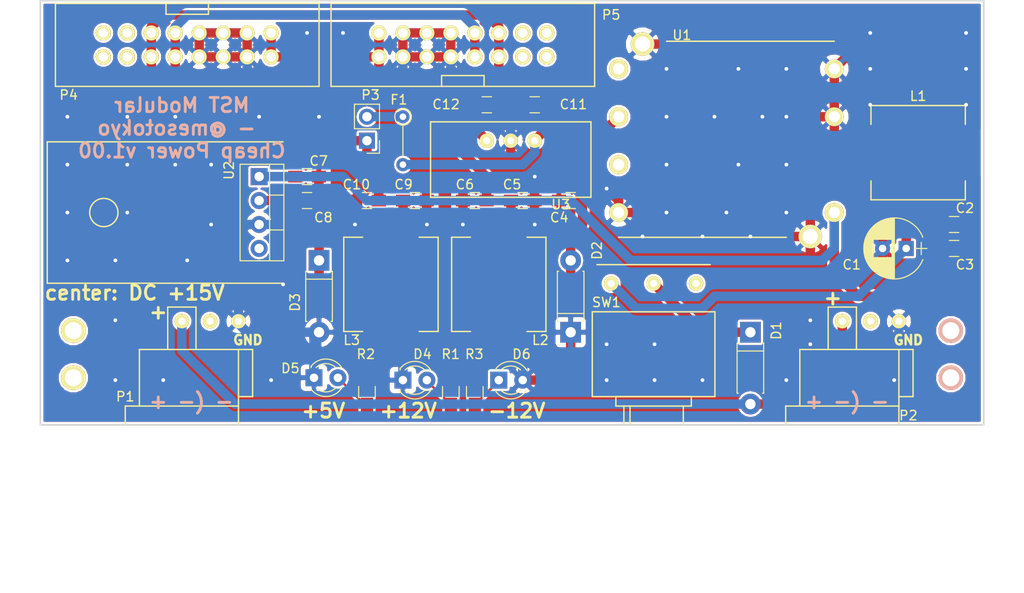
<source format=kicad_pcb>
(kicad_pcb (version 4) (host pcbnew 4.0.1-stable)
  (layers (0 F.Cu signal) (31 B.Cu signal) (34 B.Paste user) (35 F.Paste user) (36 B.SilkS user) (37 F.SilkS user) (38 B.Mask user) (39 F.Mask user) (44 Edge.Cuts user))
  (net 0 "")
  (net 1 -12V)
  (net 2 GND)
  (net 3 PWR_+)
  (net 4 "Net-(C4-Pad1)")
  (net 5 +12V)
  (net 6 +5V)
  (net 7 "Net-(D1-Pad1)")
  (net 8 "Net-(D1-Pad2)")
  (net 9 "Net-(D4-Pad2)")
  (net 10 "Net-(D5-Pad2)")
  (net 11 "Net-(D6-Pad1)")
  (net 12 "Net-(F1-Pad1)")
  (net 13 "Net-(C1-Pad1)")
  (net 14 "Net-(C8-Pad1)")
  (net 15 "Net-(C11-Pad1)")
  (module BOX-HEADER:MJ-40 (layer F.Cu) (at 115 100 180)
    (fp_text reference P1 (at 6 3 180) (layer F.SilkS))
    (fp_text value MJ-40)
    (pad 3 thru_hole circle (at 0 11 180) (size 1.524 1.524) (drill 0.762) (layers *.Cu *.Mask F.SilkS) (net 8 "Net-(D1-Pad2)"))
    (pad 2 thru_hole circle (at -3 11 180) (size 1.524 1.524) (drill 0.762) (layers *.Cu *.Mask F.SilkS))
    (pad 1 thru_hole circle (at -6 11 180) (size 1.524 1.524) (drill 0.762) (layers *.Cu *.Mask F.SilkS) (net 2 GND))
  )
  (module BOX-HEADER:SW-1MS1 (layer F.Cu) (at 165 100 180)
    (fp_text reference SW1 (at 5 13 180) (layer F.SilkS))
    (fp_text value SWITCH_INV)
    (pad 2 thru_hole circle (at 0 15 180) (size 1.524 1.524) (drill 0.762) (layers *.Cu *.Mask F.SilkS) (net 7 "Net-(D1-Pad1)"))
    (pad 3 thru_hole circle (at 4.5 15 180) (size 1.524 1.524) (drill 0.762) (layers *.Cu *.Mask F.SilkS) (net 13 "Net-(C1-Pad1)"))
    (pad 1 thru_hole circle (at -4.5 15 180) (size 1.524 1.524) (drill 0.762) (layers *.Cu *.Mask F.SilkS))
  )
  (module BOX-HEADER:MJ-40 (layer F.Cu) (at 185 100 180)
    (fp_text reference P2 (at -7 1 180) (layer F.SilkS))
    (fp_text value MJ-40)
    (pad 3 thru_hole circle (at 0 11 180) (size 1.524 1.524) (drill 0.762) (layers *.Cu *.Mask F.SilkS) (net 8 "Net-(D1-Pad2)"))
    (pad 2 thru_hole circle (at -3 11 180) (size 1.524 1.524) (drill 0.762) (layers *.Cu *.Mask F.SilkS))
    (pad 1 thru_hole circle (at -6 11 180) (size 1.524 1.524) (drill 0.762) (layers *.Cu *.Mask F.SilkS) (net 2 GND))
  )
  (module BOX-HEADER:BOXHEADER-8x2 (layer F.Cu) (at 115.57 59.69 180)
    (fp_text reference P4 (at 12.57 -5.31 180) (layer F.SilkS))
    (fp_text value CONN_02X08)
    (pad 1 thru_hole circle (at -8.89 1.27 180) (size 1.6 1.6) (drill 1) (layers *.Cu *.Mask F.SilkS) (net 1 -12V))
    (pad 2 thru_hole circle (at -8.89 -1.27 180) (size 1.6 1.6) (drill 1) (layers *.Cu *.Mask F.SilkS) (net 1 -12V))
    (pad 3 thru_hole circle (at -6.35 1.27 180) (size 1.6 1.6) (drill 1) (layers *.Cu *.Mask F.SilkS) (net 2 GND))
    (pad 4 thru_hole circle (at -6.35 -1.27 180) (size 1.6 1.6) (drill 1) (layers *.Cu *.Mask F.SilkS) (net 2 GND))
    (pad 5 thru_hole circle (at -3.81 1.27 180) (size 1.6 1.6) (drill 1) (layers *.Cu *.Mask F.SilkS) (net 2 GND))
    (pad 6 thru_hole circle (at -3.81 -1.27 180) (size 1.6 1.6) (drill 1) (layers *.Cu *.Mask F.SilkS) (net 2 GND))
    (pad 7 thru_hole circle (at -1.27 1.27 180) (size 1.6 1.6) (drill 1) (layers *.Cu *.Mask F.SilkS) (net 2 GND))
    (pad 8 thru_hole circle (at -1.27 -1.27 180) (size 1.6 1.6) (drill 1) (layers *.Cu *.Mask F.SilkS) (net 2 GND))
    (pad 9 thru_hole circle (at 1.27 1.27 180) (size 1.6 1.6) (drill 1) (layers *.Cu *.Mask F.SilkS) (net 5 +12V))
    (pad 10 thru_hole circle (at 1.27 -1.27 180) (size 1.6 1.6) (drill 1) (layers *.Cu *.Mask F.SilkS) (net 5 +12V))
    (pad 11 thru_hole circle (at 3.81 1.27 180) (size 1.6 1.6) (drill 1) (layers *.Cu *.Mask F.SilkS) (net 6 +5V))
    (pad 12 thru_hole circle (at 3.81 -1.27 180) (size 1.6 1.6) (drill 1) (layers *.Cu *.Mask F.SilkS) (net 6 +5V))
    (pad 13 thru_hole circle (at 6.35 1.27 180) (size 1.6 1.6) (drill 1) (layers *.Cu *.Mask F.SilkS))
    (pad 14 thru_hole circle (at 6.35 -1.27 180) (size 1.6 1.6) (drill 1) (layers *.Cu *.Mask F.SilkS))
    (pad 15 thru_hole circle (at 8.89 1.27 180) (size 1.6 1.6) (drill 1) (layers *.Cu *.Mask F.SilkS))
    (pad 16 thru_hole circle (at 8.89 -1.27 180) (size 1.6 1.6) (drill 1) (layers *.Cu *.Mask F.SilkS))
  )
  (module BOX-HEADER:BOXHEADER-8x2 (layer F.Cu) (at 144.78 59.69)
    (fp_text reference P5 (at 15.72 -3.19) (layer F.SilkS))
    (fp_text value CONN_02X08)
    (pad 1 thru_hole circle (at -8.89 1.27) (size 1.6 1.6) (drill 1) (layers *.Cu *.Mask F.SilkS) (net 1 -12V))
    (pad 2 thru_hole circle (at -8.89 -1.27) (size 1.6 1.6) (drill 1) (layers *.Cu *.Mask F.SilkS) (net 1 -12V))
    (pad 3 thru_hole circle (at -6.35 1.27) (size 1.6 1.6) (drill 1) (layers *.Cu *.Mask F.SilkS) (net 2 GND))
    (pad 4 thru_hole circle (at -6.35 -1.27) (size 1.6 1.6) (drill 1) (layers *.Cu *.Mask F.SilkS) (net 2 GND))
    (pad 5 thru_hole circle (at -3.81 1.27) (size 1.6 1.6) (drill 1) (layers *.Cu *.Mask F.SilkS) (net 2 GND))
    (pad 6 thru_hole circle (at -3.81 -1.27) (size 1.6 1.6) (drill 1) (layers *.Cu *.Mask F.SilkS) (net 2 GND))
    (pad 7 thru_hole circle (at -1.27 1.27) (size 1.6 1.6) (drill 1) (layers *.Cu *.Mask F.SilkS) (net 2 GND))
    (pad 8 thru_hole circle (at -1.27 -1.27) (size 1.6 1.6) (drill 1) (layers *.Cu *.Mask F.SilkS) (net 2 GND))
    (pad 9 thru_hole circle (at 1.27 1.27) (size 1.6 1.6) (drill 1) (layers *.Cu *.Mask F.SilkS) (net 5 +12V))
    (pad 10 thru_hole circle (at 1.27 -1.27) (size 1.6 1.6) (drill 1) (layers *.Cu *.Mask F.SilkS) (net 5 +12V))
    (pad 11 thru_hole circle (at 3.81 1.27) (size 1.6 1.6) (drill 1) (layers *.Cu *.Mask F.SilkS) (net 6 +5V))
    (pad 12 thru_hole circle (at 3.81 -1.27) (size 1.6 1.6) (drill 1) (layers *.Cu *.Mask F.SilkS) (net 6 +5V))
    (pad 13 thru_hole circle (at 6.35 1.27) (size 1.6 1.6) (drill 1) (layers *.Cu *.Mask F.SilkS))
    (pad 14 thru_hole circle (at 6.35 -1.27) (size 1.6 1.6) (drill 1) (layers *.Cu *.Mask F.SilkS))
    (pad 15 thru_hole circle (at 8.89 1.27) (size 1.6 1.6) (drill 1) (layers *.Cu *.Mask F.SilkS))
    (pad 16 thru_hole circle (at 8.89 -1.27) (size 1.6 1.6) (drill 1) (layers *.Cu *.Mask F.SilkS))
  )
  (module TDK-Lambda-CCx:ROHM-BP5293 (layer F.Cu) (at 149.86 69.85 180)
    (fp_text reference U3 (at -5.3 -6.77 180) (layer F.SilkS))
    (fp_text value LM7805CT)
    (pad 1 thru_hole circle (at -2.54 0 180) (size 1.524 1.524) (drill 0.762) (layers *.Cu *.Mask F.SilkS) (net 15 "Net-(C11-Pad1)"))
    (pad 2 thru_hole circle (at 0 0 180) (size 1.524 1.524) (drill 0.762) (layers *.Cu *.Mask F.SilkS) (net 2 GND))
    (pad 3 thru_hole circle (at 2.54 0 180) (size 1.524 1.524) (drill 0.762) (layers *.Cu *.Mask F.SilkS) (net 6 +5V))
  )
  (module Diodes_ThroughHole:D_DO-41_SOD81_P7.62mm_Horizontal (layer F.Cu) (at 175.26 90.17 270)
    (fp_text reference D1 (at -0.17 -2.74 270) (layer F.SilkS))
    (fp_text value Schottky)
    (pad 1 thru_hole rect (at 0 0 270) (size 2.2 2.2) (drill 1.1) (layers *.Cu *.Mask) (net 7 "Net-(D1-Pad1)"))
    (pad 2 thru_hole oval (at 7.62 0 270) (size 2.2 2.2) (drill 1.1) (layers *.Cu *.Mask) (net 8 "Net-(D1-Pad2)"))
  )
  (module Diodes_ThroughHole:D_DO-41_SOD81_P7.62mm_Horizontal (layer F.Cu) (at 156.21 90.17 90)
    (fp_text reference D2 (at 8.67 2.79 90) (layer F.SilkS))
    (fp_text value Schottky)
    (pad 1 thru_hole rect (at 0 0 90) (size 2.2 2.2) (drill 1.1) (layers *.Cu *.Mask) (net 2 GND))
    (pad 2 thru_hole oval (at 7.62 0 90) (size 2.2 2.2) (drill 1.1) (layers *.Cu *.Mask) (net 4 "Net-(C4-Pad1)"))
  )
  (module Diodes_ThroughHole:D_DO-41_SOD81_P7.62mm_Horizontal (layer F.Cu) (at 129.54 82.55 270)
    (fp_text reference D3 (at 4.45 2.54 270) (layer F.SilkS))
    (fp_text value Schottky)
    (pad 1 thru_hole rect (at 0 0 270) (size 2.2 2.2) (drill 1.1) (layers *.Cu *.Mask) (net 14 "Net-(C8-Pad1)"))
    (pad 2 thru_hole oval (at 7.62 0 270) (size 2.2 2.2) (drill 1.1) (layers *.Cu *.Mask) (net 2 GND))
  )
  (module LEDs:LED_D3.0mm (layer F.Cu) (at 138.43 95.25)
    (fp_text reference D4 (at 2.07 -2.75) (layer F.SilkS))
    (fp_text value LED)
    (pad 1 thru_hole rect (at 0 0) (size 1.8 1.8) (drill 0.9) (layers *.Cu *.Mask) (net 2 GND))
    (pad 2 thru_hole circle (at 2.54 0) (size 1.8 1.8) (drill 0.9) (layers *.Cu *.Mask) (net 9 "Net-(D4-Pad2)"))
  )
  (module LEDs:LED_D3.0mm (layer F.Cu) (at 129 95)
    (fp_text reference D5 (at -2.5 -1) (layer F.SilkS))
    (fp_text value LED)
    (pad 1 thru_hole rect (at 0 0) (size 1.8 1.8) (drill 0.9) (layers *.Cu *.Mask) (net 2 GND))
    (pad 2 thru_hole circle (at 2.54 0) (size 1.8 1.8) (drill 0.9) (layers *.Cu *.Mask) (net 10 "Net-(D5-Pad2)"))
  )
  (module LEDs:LED_D3.0mm (layer F.Cu) (at 148.59 95.25)
    (fp_text reference D6 (at 2.41 -2.75) (layer F.SilkS))
    (fp_text value LED)
    (pad 1 thru_hole rect (at 0 0) (size 1.8 1.8) (drill 0.9) (layers *.Cu *.Mask) (net 11 "Net-(D6-Pad1)"))
    (pad 2 thru_hole circle (at 2.54 0) (size 1.8 1.8) (drill 0.9) (layers *.Cu *.Mask) (net 2 GND))
  )
  (module Pin_Headers:Pin_Header_Straight_1x02_Pitch2.54mm (layer F.Cu) (at 134.62 69.85 180)
    (fp_text reference P3 (at -0.38 4.85 180) (layer F.SilkS))
    (fp_text value 5V_ON)
    (pad 1 thru_hole rect (at 0 0 180) (size 1.7 1.7) (drill 1) (layers *.Cu *.Mask) (net 5 +12V))
    (pad 2 thru_hole oval (at 0 2.54 180) (size 1.7 1.7) (drill 1) (layers *.Cu *.Mask) (net 12 "Net-(F1-Pad1)"))
  )
  (module TDK-Lambda-CCx:CC6-xxxxxF-E (layer F.Cu) (at 184.15 62.23 180)
    (fp_text reference U1 (at 16.15 3.58 180) (layer F.SilkS))
    (fp_text value CC10-xxxxxF-E)
    (pad "" thru_hole circle (at 2.54 -17.78 180) (size 2.5 2.5) (drill 1.6) (layers *.Cu *.Mask F.SilkS) (net 2 GND))
    (pad 7 thru_hole circle (at 22.86 -15.24 180) (size 2 2) (drill 1.2) (layers *.Cu *.Mask F.SilkS) (net 2 GND))
    (pad 6 thru_hole circle (at 22.86 -10.16 180) (size 2 2) (drill 1.2) (layers *.Cu *.Mask F.SilkS))
    (pad 5 thru_hole circle (at 22.86 -5.08 180) (size 2 2) (drill 1.2) (layers *.Cu *.Mask F.SilkS) (net 4 "Net-(C4-Pad1)"))
    (pad 4 thru_hole circle (at 22.86 0 180) (size 2 2) (drill 1.2) (layers *.Cu *.Mask F.SilkS))
    (pad 2 thru_hole circle (at 0 -5.08 180) (size 2 2) (drill 1.2) (layers *.Cu *.Mask F.SilkS) (net 2 GND))
    (pad 3 thru_hole circle (at 0 0 180) (size 2 2) (drill 1.2) (layers *.Cu *.Mask F.SilkS) (net 2 GND))
    (pad 1 thru_hole circle (at 0 -15.24 180) (size 2 2) (drill 1.2) (layers *.Cu *.Mask F.SilkS) (net 3 PWR_+))
    (pad "" thru_hole circle (at 20.32 2.63 180) (size 2.5 2.5) (drill 1.6) (layers *.Cu *.Mask F.SilkS) (net 2 GND))
  )
  (module TO_SOT_Packages_THT:TO-220-4_Vertical (layer F.Cu) (at 123.19 73.66 270)
    (fp_text reference U2 (at -0.66 3.19 270) (layer F.SilkS))
    (fp_text value NJM2396)
    (pad 1 thru_hole rect (at 0 0 270) (size 1.8 1.8) (drill 1) (layers *.Cu *.Mask) (net 3 PWR_+))
    (pad 2 thru_hole oval (at 2.54 0 270) (size 1.8 1.8) (drill 1) (layers *.Cu *.Mask) (net 14 "Net-(C8-Pad1)"))
    (pad 3 thru_hole oval (at 5.08 0 270) (size 1.8 1.8) (drill 1) (layers *.Cu *.Mask) (net 2 GND))
    (pad 4 thru_hole oval (at 7.62 0 270) (size 1.8 1.8) (drill 1) (layers *.Cu *.Mask))
  )
  (module Resistors_ThroughHole:R_Axial_DIN0204_L3.6mm_D1.6mm_P5.08mm_Vertical (layer F.Cu) (at 138.43 67.31 270)
    (fp_text reference F1 (at -1.81 0.43 360) (layer F.SilkS))
    (fp_text value PTC0.9A)
    (pad 1 thru_hole circle (at 0 0 270) (size 1.4 1.4) (drill 0.7) (layers *.Cu *.Mask) (net 12 "Net-(F1-Pad1)"))
    (pad 2 thru_hole oval (at 5.08 0 270) (size 1.4 1.4) (drill 0.7) (layers *.Cu *.Mask) (net 15 "Net-(C11-Pad1)"))
  )
  (module INDUCTOR:TAIYO_YUDEN_NR10050 (layer F.Cu) (at 193.04 71.12 180)
    (fp_text reference L1 (at 0 6 180) (layer F.SilkS))
    (fp_text value 10u)
    (pad 1 smd rect (at 4.5 0 180) (size 3.6 4.5) (layers F.Cu F.Paste F.Mask) (net 13 "Net-(C1-Pad1)"))
    (pad 2 smd rect (at -4.5 0 180) (size 3.6 4.5) (layers F.Cu F.Paste F.Mask) (net 3 PWR_+))
  )
  (module INDUCTOR:TAIYO_YUDEN_NR10050 (layer F.Cu) (at 148.59 85.09 270)
    (fp_text reference L2 (at 5.91 -4.41 360) (layer F.SilkS))
    (fp_text value 10u)
    (pad 1 smd rect (at 4.5 0 270) (size 3.6 4.5) (layers F.Cu F.Paste F.Mask) (net 4 "Net-(C4-Pad1)"))
    (pad 2 smd rect (at -4.5 0 270) (size 3.6 4.5) (layers F.Cu F.Paste F.Mask) (net 1 -12V))
  )
  (module INDUCTOR:TAIYO_YUDEN_NR10050 (layer F.Cu) (at 137.16 85.09 270)
    (fp_text reference L3 (at 5.91 4.16 360) (layer F.SilkS))
    (fp_text value 10u)
    (pad 1 smd rect (at 4.5 0 270) (size 3.6 4.5) (layers F.Cu F.Paste F.Mask) (net 14 "Net-(C8-Pad1)"))
    (pad 2 smd rect (at -4.5 0 270) (size 3.6 4.5) (layers F.Cu F.Paste F.Mask) (net 5 +12V))
  )
  (module Capacitors_ThroughHole:CP_Radial_D6.3mm_P2.50mm (layer F.Cu) (at 191.77 81.28 180)
    (fp_text reference C1 (at 5.77 -1.72 180) (layer F.SilkS))
    (fp_text value 47u)
    (pad 1 thru_hole rect (at 0 0 180) (size 1.6 1.6) (drill 0.8) (layers *.Cu *.Mask) (net 13 "Net-(C1-Pad1)"))
    (pad 2 thru_hole circle (at 2.5 0 180) (size 1.6 1.6) (drill 0.8) (layers *.Cu *.Mask) (net 2 GND))
  )
  (module BOX-HEADER:HEATSINK-11PB015 (layer F.Cu) (at 125.73 77.47 90)
    (fp_text reference REF** hide)
    (fp_text value HEATSINK-11PB015)
  )
  (module Capacitors_SMD:C_0805_HandSoldering (layer F.Cu) (at 196.85 78.74 180)
    (fp_text reference C2 (at -1.15 1.74 180) (layer F.SilkS))
    (fp_text value 10u)
    (pad 1 smd rect (at -1.25 0 180) (size 1.5 1.25) (layers F.Cu F.Paste F.Mask) (net 3 PWR_+))
    (pad 2 smd rect (at 1.25 0 180) (size 1.5 1.25) (layers F.Cu F.Paste F.Mask) (net 2 GND))
  )
  (module Capacitors_SMD:C_0805_HandSoldering (layer F.Cu) (at 196.85 81.28 180)
    (fp_text reference C3 (at -1.15 -1.72 180) (layer F.SilkS))
    (fp_text value 1u)
    (pad 1 smd rect (at -1.25 0 180) (size 1.5 1.25) (layers F.Cu F.Paste F.Mask) (net 3 PWR_+))
    (pad 2 smd rect (at 1.25 0 180) (size 1.5 1.25) (layers F.Cu F.Paste F.Mask) (net 2 GND))
  )
  (module Capacitors_SMD:C_0805_HandSoldering (layer F.Cu) (at 156.21 76.2 180)
    (fp_text reference C4 (at 1.21 -1.8 180) (layer F.SilkS))
    (fp_text value 1u)
    (pad 1 smd rect (at -1.25 0 180) (size 1.5 1.25) (layers F.Cu F.Paste F.Mask) (net 4 "Net-(C4-Pad1)"))
    (pad 2 smd rect (at 1.25 0 180) (size 1.5 1.25) (layers F.Cu F.Paste F.Mask) (net 2 GND))
  )
  (module Capacitors_SMD:C_0805_HandSoldering (layer F.Cu) (at 151.13 76.2)
    (fp_text reference C5 (at -1.13 -1.7) (layer F.SilkS))
    (fp_text value 10u)
    (pad 1 smd rect (at -1.25 0) (size 1.5 1.25) (layers F.Cu F.Paste F.Mask) (net 1 -12V))
    (pad 2 smd rect (at 1.25 0) (size 1.5 1.25) (layers F.Cu F.Paste F.Mask) (net 2 GND))
  )
  (module Capacitors_SMD:C_0805_HandSoldering (layer F.Cu) (at 146.05 76.2)
    (fp_text reference C6 (at -1.05 -1.7) (layer F.SilkS))
    (fp_text value 1u)
    (pad 1 smd rect (at -1.25 0) (size 1.5 1.25) (layers F.Cu F.Paste F.Mask) (net 2 GND))
    (pad 2 smd rect (at 1.25 0) (size 1.5 1.25) (layers F.Cu F.Paste F.Mask) (net 1 -12V))
  )
  (module Capacitors_SMD:C_0805_HandSoldering (layer F.Cu) (at 128.27 73.66)
    (fp_text reference C7 (at 1.23 -1.66) (layer F.SilkS))
    (fp_text value 0.33u)
    (pad 1 smd rect (at -1.25 0) (size 1.5 1.25) (layers F.Cu F.Paste F.Mask) (net 3 PWR_+))
    (pad 2 smd rect (at 1.25 0) (size 1.5 1.25) (layers F.Cu F.Paste F.Mask) (net 2 GND))
  )
  (module Capacitors_SMD:C_0805_HandSoldering (layer F.Cu) (at 128.27 76.2)
    (fp_text reference C8 (at 1.73 1.8) (layer F.SilkS))
    (fp_text value 22u)
    (pad 1 smd rect (at -1.25 0) (size 1.5 1.25) (layers F.Cu F.Paste F.Mask) (net 14 "Net-(C8-Pad1)"))
    (pad 2 smd rect (at 1.25 0) (size 1.5 1.25) (layers F.Cu F.Paste F.Mask) (net 2 GND))
  )
  (module Capacitors_SMD:C_0805_HandSoldering (layer F.Cu) (at 139.7 76.2)
    (fp_text reference C9 (at -1.2 -1.7) (layer F.SilkS))
    (fp_text value 10u)
    (pad 1 smd rect (at -1.25 0) (size 1.5 1.25) (layers F.Cu F.Paste F.Mask) (net 5 +12V))
    (pad 2 smd rect (at 1.25 0) (size 1.5 1.25) (layers F.Cu F.Paste F.Mask) (net 2 GND))
  )
  (module Capacitors_SMD:C_0805_HandSoldering (layer F.Cu) (at 134.62 76.2)
    (fp_text reference C10 (at -1.12 -1.7) (layer F.SilkS))
    (fp_text value 1u)
    (pad 1 smd rect (at -1.25 0) (size 1.5 1.25) (layers F.Cu F.Paste F.Mask) (net 2 GND))
    (pad 2 smd rect (at 1.25 0) (size 1.5 1.25) (layers F.Cu F.Paste F.Mask) (net 5 +12V))
  )
  (module Capacitors_SMD:C_0805_HandSoldering (layer F.Cu) (at 152.4 66.04 180)
    (fp_text reference C11 (at -4.1 0.04 180) (layer F.SilkS))
    (fp_text value 0.33u)
    (pad 1 smd rect (at -1.25 0 180) (size 1.5 1.25) (layers F.Cu F.Paste F.Mask) (net 15 "Net-(C11-Pad1)"))
    (pad 2 smd rect (at 1.25 0 180) (size 1.5 1.25) (layers F.Cu F.Paste F.Mask) (net 2 GND))
  )
  (module Capacitors_SMD:C_0805_HandSoldering (layer F.Cu) (at 147.32 66.04)
    (fp_text reference C12 (at -4.32 -0.04) (layer F.SilkS))
    (fp_text value 0.1u)
    (pad 1 smd rect (at -1.25 0) (size 1.5 1.25) (layers F.Cu F.Paste F.Mask) (net 6 +5V))
    (pad 2 smd rect (at 1.25 0) (size 1.5 1.25) (layers F.Cu F.Paste F.Mask) (net 2 GND))
  )
  (module Resistors_SMD:R_0805_HandSoldering (layer F.Cu) (at 143.51 96.52 90)
    (fp_text reference R1 (at 4.02 -0.01 180) (layer F.SilkS))
    (fp_text value 4.7k)
    (pad 1 smd rect (at -1.35 0 90) (size 1.5 1.3) (layers F.Cu F.Paste F.Mask) (net 9 "Net-(D4-Pad2)"))
    (pad 2 smd rect (at 1.35 0 90) (size 1.5 1.3) (layers F.Cu F.Paste F.Mask) (net 5 +12V))
  )
  (module Resistors_SMD:R_0805_HandSoldering (layer F.Cu) (at 134.62 96.52 90)
    (fp_text reference R2 (at 4.02 -0.12 180) (layer F.SilkS))
    (fp_text value 2k)
    (pad 1 smd rect (at -1.35 0 90) (size 1.5 1.3) (layers F.Cu F.Paste F.Mask) (net 10 "Net-(D5-Pad2)"))
    (pad 2 smd rect (at 1.35 0 90) (size 1.5 1.3) (layers F.Cu F.Paste F.Mask) (net 6 +5V))
  )
  (module Resistors_SMD:R_0805_HandSoldering (layer F.Cu) (at 146.05 96.52 90)
    (fp_text reference R3 (at 4.02 -0.05 180) (layer F.SilkS))
    (fp_text value 4.7k)
    (pad 1 smd rect (at -1.35 0 90) (size 1.5 1.3) (layers F.Cu F.Paste F.Mask) (net 11 "Net-(D6-Pad1)"))
    (pad 2 smd rect (at 1.35 0 90) (size 1.5 1.3) (layers F.Cu F.Paste F.Mask) (net 1 -12V))
  )
  (module PCB_TERMINAL:PCB-54R (layer B.Cu) (at 196.5 100 270)
    (fp_text reference "" (at -3 -7 270) (layer B.SilkS) (effects (justify mirror)))
    (fp_text value PCB-54R)
    (pad 1 thru_hole circle (at -5 0 270) (size 2.6 2.6) (drill 1.8) (layers *.Cu *.Mask B.SilkS))
    (pad 2 thru_hole circle (at -10 0 270) (size 2.6 2.6) (drill 1.8) (layers *.Cu *.Mask B.SilkS))
  )
  (module PCB_TERMINAL:PCB-54R (layer F.Cu) (at 103.5 100 270)
    (fp_text reference "" (at -3 7 270) (layer F.SilkS))
    (fp_text value PCB-54R)
    (pad 1 thru_hole circle (at -5 0 270) (size 2.6 2.6) (drill 1.8) (layers *.Cu *.Mask F.SilkS))
    (pad 2 thru_hole circle (at -10 0 270) (size 2.6 2.6) (drill 1.8) (layers *.Cu *.Mask F.SilkS))
  )
  (gr_text +5V (at 130 98.5) (layer F.SilkS) (effects (font (size 1.5 1.5) (thickness 0.3))))
  (gr_text +12V (at 139 98.5) (layer F.SilkS) (effects (font (size 1.5 1.5) (thickness 0.3))))
  (gr_text -12V (at 150.5 98.5) (layer F.SilkS) (effects (font (size 1.5 1.5) (thickness 0.3))))
  (gr_text GND (at 122 91) (layer F.SilkS) (effects (font (size 1 1) (thickness 0.25))))
  (gr_text GND (at 192 91) (layer F.SilkS) (effects (font (size 1 1) (thickness 0.25))))
  (gr_text + (at 112.5 88) (layer F.SilkS) (effects (font (size 1.5 1.5) (thickness 0.3))))
  (gr_text + (at 184 86.5) (layer F.SilkS) (effects (font (size 1.5 1.5) (thickness 0.3))))
  (gr_text "- (- +" (at 185.5 97.5) (layer B.SilkS) (effects (font (size 1.5 1.5) (thickness 0.3)) (justify mirror)))
  (gr_text "- (- +" (at 116 97.5) (layer B.SilkS) (effects (font (size 1.5 1.5) (thickness 0.3)) (justify mirror)))
  (gr_text "center: DC +15V" (at 110 86) (layer F.SilkS) (effects (font (size 1.5 1.5) (thickness 0.3))))
  (gr_text "MST Modular\n - @mesotokyo\nCheap Power v1.00" (at 115 68.5) (layer B.SilkS) (effects (font (size 1.5 1.5) (thickness 0.3)) (justify mirror)))
  (gr_line (start 100 55) (end 100 100) (angle 90) (layer Edge.Cuts) (width 0.15))
  (gr_line (start 200 55) (end 100 55) (angle 90) (layer Edge.Cuts) (width 0.15))
  (gr_line (start 200 100) (end 200 55) (angle 90) (layer Edge.Cuts) (width 0.15))
  (gr_line (start 100 100) (end 200 100) (angle 90) (layer Edge.Cuts) (width 0.15))
  (segment (start 147.3 76.2) (end 147.3 73.68) (width 1) (layer F.Cu) (net 1))
  (segment (start 135.89 62.23) (end 135.89 60.96) (width 1) (layer F.Cu) (net 1))
  (segment (start 137.16 63.5) (end 135.89 62.23) (width 1) (layer F.Cu) (net 1))
  (segment (start 139.7 63.5) (end 137.16 63.5) (width 1) (layer F.Cu) (net 1))
  (segment (start 140.97 64.77) (end 139.7 63.5) (width 1) (layer F.Cu) (net 1))
  (segment (start 140.97 67.35) (end 140.97 64.77) (width 1) (layer F.Cu) (net 1))
  (segment (start 147.3 73.68) (end 140.97 67.35) (width 1) (layer F.Cu) (net 1))
  (segment (start 124.46 58.42) (end 124.46 60.96) (width 1) (layer F.Cu) (net 1))
  (segment (start 135.89 58.42) (end 135.89 60.96) (width 1) (layer F.Cu) (net 1))
  (segment (start 135.89 60.96) (end 124.46 60.96) (width 1) (layer F.Cu) (net 1))
  (segment (start 148.59 80.59) (end 148.01 80.59) (width 1) (layer F.Cu) (net 1))
  (segment (start 148.01 80.59) (end 144.78 83.82) (width 1) (layer F.Cu) (net 1))
  (segment (start 146.05 92.71) (end 146.05 95.17) (width 1) (layer F.Cu) (net 1))
  (segment (start 144.78 91.44) (end 146.05 92.71) (width 1) (layer F.Cu) (net 1))
  (segment (start 144.78 83.82) (end 144.78 91.44) (width 1) (layer F.Cu) (net 1))
  (segment (start 149.88 76.2) (end 149.88 79.3) (width 1) (layer F.Cu) (net 1))
  (segment (start 149.88 79.3) (end 148.59 80.59) (width 1) (layer F.Cu) (net 1))
  (segment (start 147.3 76.2) (end 149.88 76.2) (width 1) (layer F.Cu) (net 1))
  (segment (start 148.01 79.32) (end 148.59 79.32) (width 1) (layer F.Cu) (net 1))
  (via (at 113.03 95.25) (size 0.6) (drill 0.4) (layers F.Cu B.Cu) (net 2))
  (segment (start 179.07 95.25) (end 170.18 95.25) (width 1) (layer F.Cu) (net 2))
  (via (at 181.61 88.9) (size 0.6) (drill 0.4) (layers F.Cu B.Cu) (net 2))
  (segment (start 181.61 88.9) (end 179.07 91.44) (width 1) (layer B.Cu) (net 2))
  (segment (start 179.07 91.44) (end 179.07 95.25) (width 1) (layer B.Cu) (net 2))
  (via (at 179.07 95.25) (size 0.6) (drill 0.4) (layers F.Cu B.Cu) (net 2))
  (via (at 165.1 91.44) (size 0.6) (drill 0.4) (layers F.Cu B.Cu) (net 2))
  (segment (start 160.02 91.44) (end 165.1 91.44) (width 1) (layer F.Cu) (net 2))
  (via (at 160.02 91.44) (size 0.6) (drill 0.4) (layers F.Cu B.Cu) (net 2))
  (segment (start 160.02 95.25) (end 160.02 91.44) (width 1) (layer B.Cu) (net 2))
  (via (at 160.02 95.25) (size 0.6) (drill 0.4) (layers F.Cu B.Cu) (net 2))
  (segment (start 165.1 95.25) (end 160.02 95.25) (width 1) (layer F.Cu) (net 2))
  (via (at 165.1 95.25) (size 0.6) (drill 0.4) (layers F.Cu B.Cu) (net 2))
  (segment (start 170.18 95.25) (end 165.1 95.25) (width 1) (layer B.Cu) (net 2))
  (via (at 170.18 95.25) (size 0.6) (drill 0.4) (layers F.Cu B.Cu) (net 2))
  (segment (start 190.5 91.44) (end 190.5 95.25) (width 1) (layer B.Cu) (net 2))
  (via (at 190.5 95.25) (size 0.6) (drill 0.4) (layers F.Cu B.Cu) (net 2))
  (segment (start 181.61 88.9) (end 181.61 91.44) (width 1) (layer F.Cu) (net 2))
  (segment (start 191 90.94) (end 191 89) (width 1) (layer B.Cu) (net 2))
  (segment (start 190.5 91.44) (end 191 90.94) (width 1) (layer B.Cu) (net 2))
  (segment (start 181.61 91.44) (end 190.5 91.44) (width 1) (layer B.Cu) (net 2))
  (via (at 181.61 91.44) (size 0.6) (drill 0.4) (layers F.Cu B.Cu) (net 2))
  (segment (start 181.61 80.01) (end 181.61 88.9) (width 1) (layer F.Cu) (net 2))
  (segment (start 181.61 80.01) (end 175.26 80.01) (width 1) (layer F.Cu) (net 2))
  (via (at 163.83 80.01) (size 0.6) (drill 0.4) (layers F.Cu B.Cu) (net 2))
  (segment (start 170.18 80.01) (end 163.83 80.01) (width 1) (layer F.Cu) (net 2))
  (via (at 170.18 80.01) (size 0.6) (drill 0.4) (layers F.Cu B.Cu) (net 2))
  (segment (start 175.26 80.01) (end 170.18 80.01) (width 1) (layer B.Cu) (net 2))
  (via (at 175.26 80.01) (size 0.6) (drill 0.4) (layers F.Cu B.Cu) (net 2))
  (segment (start 132.08 63.5) (end 132.08 58.42) (width 1) (layer B.Cu) (net 2))
  (via (at 128.27 58.42) (size 0.6) (drill 0.4) (layers F.Cu B.Cu) (net 2))
  (segment (start 132.08 58.42) (end 128.27 58.42) (width 1) (layer F.Cu) (net 2))
  (via (at 132.08 58.42) (size 0.6) (drill 0.4) (layers F.Cu B.Cu) (net 2))
  (segment (start 114.3 67.31) (end 123.19 67.31) (width 1) (layer B.Cu) (net 2))
  (via (at 114.3 67.31) (size 0.6) (drill 0.4) (layers F.Cu B.Cu) (net 2))
  (segment (start 114.3 72.39) (end 114.3 67.31) (width 1) (layer F.Cu) (net 2))
  (via (at 129.54 67.31) (size 0.6) (drill 0.4) (layers F.Cu B.Cu) (net 2))
  (segment (start 123.19 67.31) (end 129.54 67.31) (width 1) (layer F.Cu) (net 2))
  (via (at 123.19 67.31) (size 0.6) (drill 0.4) (layers F.Cu B.Cu) (net 2))
  (segment (start 102.87 72.39) (end 102.87 67.31) (width 1) (layer F.Cu) (net 2))
  (via (at 109.22 67.31) (size 0.6) (drill 0.4) (layers F.Cu B.Cu) (net 2))
  (segment (start 102.87 67.31) (end 109.22 67.31) (width 1) (layer B.Cu) (net 2))
  (via (at 102.87 67.31) (size 0.6) (drill 0.4) (layers F.Cu B.Cu) (net 2))
  (segment (start 125.73 78.74) (end 125.73 85.09) (width 1) (layer B.Cu) (net 2))
  (via (at 125.73 85.09) (size 0.6) (drill 0.4) (layers F.Cu B.Cu) (net 2))
  (segment (start 124.46 95.25) (end 113.03 95.25) (width 1) (layer F.Cu) (net 2))
  (segment (start 113.03 95.25) (end 107.95 95.25) (width 1) (layer F.Cu) (net 2))
  (segment (start 102.87 83.82) (end 107.95 88.9) (width 1) (layer F.Cu) (net 2))
  (via (at 107.95 88.9) (size 0.6) (drill 0.4) (layers F.Cu B.Cu) (net 2))
  (segment (start 107.95 88.9) (end 107.95 95.25) (width 1) (layer B.Cu) (net 2))
  (via (at 107.95 95.25) (size 0.6) (drill 0.4) (layers F.Cu B.Cu) (net 2))
  (segment (start 118.11 78.74) (end 123.19 78.74) (width 1) (layer F.Cu) (net 2))
  (via (at 102.87 82.55) (size 0.6) (drill 0.4) (layers F.Cu B.Cu) (net 2))
  (segment (start 107.95 82.55) (end 102.87 82.55) (width 1) (layer B.Cu) (net 2))
  (via (at 107.95 82.55) (size 0.6) (drill 0.4) (layers F.Cu B.Cu) (net 2))
  (segment (start 115.57 82.55) (end 107.95 82.55) (width 1) (layer F.Cu) (net 2))
  (via (at 115.57 82.55) (size 0.6) (drill 0.4) (layers F.Cu B.Cu) (net 2))
  (segment (start 114.3 82.55) (end 115.57 82.55) (width 1) (layer B.Cu) (net 2))
  (segment (start 109.22 77.47) (end 114.3 82.55) (width 1) (layer B.Cu) (net 2))
  (via (at 109.22 77.47) (size 0.6) (drill 0.4) (layers F.Cu B.Cu) (net 2))
  (segment (start 102.87 77.47) (end 109.22 77.47) (width 1) (layer F.Cu) (net 2))
  (via (at 102.87 77.47) (size 0.6) (drill 0.4) (layers F.Cu B.Cu) (net 2))
  (segment (start 102.87 72.39) (end 102.87 77.47) (width 1) (layer B.Cu) (net 2))
  (via (at 102.87 72.39) (size 0.6) (drill 0.4) (layers F.Cu B.Cu) (net 2))
  (segment (start 109.22 72.39) (end 102.87 72.39) (width 1) (layer F.Cu) (net 2))
  (via (at 109.22 72.39) (size 0.6) (drill 0.4) (layers F.Cu B.Cu) (net 2))
  (segment (start 114.3 72.39) (end 109.22 72.39) (width 1) (layer B.Cu) (net 2))
  (via (at 114.3 72.39) (size 0.6) (drill 0.4) (layers F.Cu B.Cu) (net 2))
  (segment (start 118.11 72.39) (end 114.3 72.39) (width 1) (layer F.Cu) (net 2))
  (via (at 118.11 72.39) (size 0.6) (drill 0.4) (layers F.Cu B.Cu) (net 2))
  (segment (start 118.11 78.74) (end 118.11 72.39) (width 1) (layer B.Cu) (net 2))
  (via (at 118.11 78.74) (size 0.6) (drill 0.4) (layers F.Cu B.Cu) (net 2))
  (segment (start 102.87 82.55) (end 102.87 83.82) (width 1) (layer F.Cu) (net 2))
  (via (at 124.46 95.25) (size 0.6) (drill 0.4) (layers F.Cu B.Cu) (net 2))
  (segment (start 184.15 62.23) (end 187.96 58.42) (width 1) (layer F.Cu) (net 2))
  (via (at 198.12 66.04) (size 0.6) (drill 0.4) (layers F.Cu B.Cu) (net 2))
  (segment (start 187.96 66.04) (end 198.12 66.04) (width 1) (layer B.Cu) (net 2))
  (via (at 187.96 66.04) (size 0.6) (drill 0.4) (layers F.Cu B.Cu) (net 2))
  (segment (start 187.96 62.23) (end 187.96 66.04) (width 1) (layer F.Cu) (net 2))
  (via (at 187.96 62.23) (size 0.6) (drill 0.4) (layers F.Cu B.Cu) (net 2))
  (segment (start 198.12 62.23) (end 187.96 62.23) (width 1) (layer B.Cu) (net 2))
  (via (at 198.12 62.23) (size 0.6) (drill 0.4) (layers F.Cu B.Cu) (net 2))
  (segment (start 198.12 58.42) (end 198.12 62.23) (width 1) (layer F.Cu) (net 2))
  (via (at 198.12 58.42) (size 0.6) (drill 0.4) (layers F.Cu B.Cu) (net 2))
  (segment (start 187.96 58.42) (end 198.12 58.42) (width 1) (layer B.Cu) (net 2))
  (via (at 187.96 58.42) (size 0.6) (drill 0.4) (layers F.Cu B.Cu) (net 2))
  (segment (start 179.07 72.39) (end 173.99 72.39) (width 1) (layer B.Cu) (net 2))
  (via (at 173.99 72.39) (size 0.6) (drill 0.4) (layers F.Cu B.Cu) (net 2))
  (segment (start 166.37 67.31) (end 171.45 67.31) (width 1) (layer F.Cu) (net 2))
  (via (at 171.45 67.31) (size 0.6) (drill 0.4) (layers F.Cu B.Cu) (net 2))
  (segment (start 179.07 67.31) (end 179.07 62.23) (width 1) (layer F.Cu) (net 2))
  (via (at 173.99 62.23) (size 0.6) (drill 0.4) (layers F.Cu B.Cu) (net 2))
  (segment (start 179.07 62.23) (end 173.99 62.23) (width 1) (layer B.Cu) (net 2))
  (via (at 179.07 62.23) (size 0.6) (drill 0.4) (layers F.Cu B.Cu) (net 2))
  (via (at 166.37 77.47) (size 0.6) (drill 0.4) (layers F.Cu B.Cu) (net 2))
  (via (at 166.37 62.23) (size 0.6) (drill 0.4) (layers F.Cu B.Cu) (net 2))
  (segment (start 166.37 62.23) (end 166.37 67.31) (width 1) (layer B.Cu) (net 2))
  (via (at 166.37 67.31) (size 0.6) (drill 0.4) (layers F.Cu B.Cu) (net 2))
  (segment (start 166.37 72.39) (end 166.37 67.31) (width 1) (layer F.Cu) (net 2))
  (via (at 166.37 72.39) (size 0.6) (drill 0.4) (layers F.Cu B.Cu) (net 2))
  (segment (start 166.37 72.39) (end 166.37 77.47) (width 1) (layer B.Cu) (net 2))
  (via (at 179.07 67.31) (size 0.6) (drill 0.4) (layers F.Cu B.Cu) (net 2))
  (segment (start 166.37 77.47) (end 172.72 77.47) (width 1) (layer F.Cu) (net 2))
  (via (at 172.72 77.47) (size 0.6) (drill 0.4) (layers F.Cu B.Cu) (net 2))
  (segment (start 179.07 77.47) (end 172.72 77.47) (width 1) (layer B.Cu) (net 2))
  (via (at 179.07 77.47) (size 0.6) (drill 0.4) (layers F.Cu B.Cu) (net 2))
  (segment (start 179.07 72.39) (end 179.07 77.47) (width 1) (layer F.Cu) (net 2))
  (via (at 179.07 72.39) (size 0.6) (drill 0.4) (layers F.Cu B.Cu) (net 2))
  (segment (start 179.07 72.39) (end 179.07 67.31) (width 1) (layer B.Cu) (net 2))
  (via (at 176.53 67.31) (size 0.6) (drill 0.4) (layers F.Cu B.Cu) (net 2))
  (segment (start 133.35 78.74) (end 125.73 78.74) (width 1) (layer B.Cu) (net 2))
  (segment (start 125.73 78.74) (end 123.19 78.74) (width 1) (layer B.Cu) (net 2))
  (segment (start 133.37 76.2) (end 129.52 76.2) (width 1) (layer F.Cu) (net 2))
  (segment (start 140.95 76.2) (end 140.95 78.72) (width 1) (layer F.Cu) (net 2))
  (segment (start 133.37 78.72) (end 133.37 76.2) (width 1) (layer F.Cu) (net 2))
  (segment (start 133.35 78.74) (end 133.37 78.72) (width 1) (layer F.Cu) (net 2))
  (via (at 133.35 78.74) (size 0.6) (drill 0.4) (layers F.Cu B.Cu) (net 2))
  (segment (start 140.97 78.74) (end 133.35 78.74) (width 1) (layer B.Cu) (net 2))
  (via (at 140.97 78.74) (size 0.6) (drill 0.4) (layers F.Cu B.Cu) (net 2))
  (segment (start 140.95 78.72) (end 140.97 78.74) (width 1) (layer F.Cu) (net 2))
  (segment (start 152.38 76.2) (end 152.38 78.72) (width 1) (layer F.Cu) (net 2))
  (segment (start 144.8 78.72) (end 144.8 76.2) (width 1) (layer F.Cu) (net 2))
  (segment (start 144.78 78.74) (end 144.8 78.72) (width 1) (layer F.Cu) (net 2))
  (via (at 144.78 78.74) (size 0.6) (drill 0.4) (layers F.Cu B.Cu) (net 2))
  (segment (start 152.4 78.74) (end 144.78 78.74) (width 1) (layer B.Cu) (net 2))
  (via (at 152.4 78.74) (size 0.6) (drill 0.4) (layers F.Cu B.Cu) (net 2))
  (segment (start 152.38 78.72) (end 152.4 78.74) (width 1) (layer F.Cu) (net 2))
  (segment (start 144.8 76.2) (end 144.8 74.315) (width 1) (layer F.Cu) (net 2))
  (segment (start 144.8 74.315) (end 144.78 74.295) (width 1) (layer F.Cu) (net 2))
  (segment (start 144.78 74.295) (end 140.97 74.295) (width 1) (layer F.Cu) (net 2))
  (segment (start 140.97 74.295) (end 140.95 74.315) (width 1) (layer F.Cu) (net 2))
  (segment (start 140.95 74.315) (end 140.95 76.2) (width 1) (layer F.Cu) (net 2))
  (segment (start 152.38 76.2) (end 154.96 76.2) (width 1) (layer F.Cu) (net 2))
  (segment (start 161.29 77.47) (end 161.29 76.2) (width 1) (layer F.Cu) (net 2))
  (segment (start 152.38 73.66) (end 152.38 73.64) (width 1) (layer F.Cu) (net 2))
  (segment (start 152.4 73.66) (end 152.38 73.66) (width 1) (layer F.Cu) (net 2))
  (via (at 152.4 73.66) (size 0.6) (drill 0.4) (layers F.Cu B.Cu) (net 2))
  (segment (start 158.75 73.66) (end 152.4 73.66) (width 1) (layer B.Cu) (net 2))
  (segment (start 160.02 74.93) (end 158.75 73.66) (width 1) (layer B.Cu) (net 2))
  (via (at 160.02 74.93) (size 0.6) (drill 0.4) (layers F.Cu B.Cu) (net 2))
  (segment (start 161.29 76.2) (end 160.02 74.93) (width 1) (layer F.Cu) (net 2))
  (segment (start 138.43 60.96) (end 138.43 62.23) (width 1) (layer B.Cu) (net 2))
  (segment (start 121.92 62.23) (end 121.92 60.96) (width 1) (layer B.Cu) (net 2))
  (segment (start 123.19 63.5) (end 121.92 62.23) (width 1) (layer B.Cu) (net 2))
  (segment (start 137.16 63.5) (end 132.08 63.5) (width 1) (layer B.Cu) (net 2))
  (segment (start 132.08 63.5) (end 123.19 63.5) (width 1) (layer B.Cu) (net 2))
  (segment (start 138.43 62.23) (end 137.16 63.5) (width 1) (layer B.Cu) (net 2))
  (segment (start 149.86 69.85) (end 149.86 68.58) (width 1) (layer B.Cu) (net 2))
  (segment (start 143.51 62.23) (end 143.51 60.96) (width 1) (layer B.Cu) (net 2))
  (segment (start 149.86 68.58) (end 143.51 62.23) (width 1) (layer B.Cu) (net 2))
  (segment (start 149.86 69.85) (end 149.86 71.12) (width 1) (layer F.Cu) (net 2))
  (segment (start 149.86 71.12) (end 152.38 73.64) (width 1) (layer F.Cu) (net 2))
  (segment (start 152.38 73.64) (end 152.38 76.2) (width 1) (layer F.Cu) (net 2))
  (segment (start 163.83 59.6) (end 168.82 59.6) (width 1) (layer F.Cu) (net 2))
  (segment (start 168.82 59.6) (end 176.53 67.31) (width 1) (layer F.Cu) (net 2))
  (segment (start 181.61 80.01) (end 181.61 67.31) (width 1) (layer F.Cu) (net 2))
  (segment (start 184.15 67.31) (end 181.61 67.31) (width 1) (layer F.Cu) (net 2))
  (segment (start 181.61 67.31) (end 179.07 67.31) (width 1) (layer F.Cu) (net 2))
  (segment (start 179.07 67.31) (end 176.53 67.31) (width 1) (layer F.Cu) (net 2))
  (segment (start 166.37 77.47) (end 161.29 77.47) (width 1) (layer F.Cu) (net 2))
  (segment (start 176.53 67.31) (end 166.37 77.47) (width 1) (layer F.Cu) (net 2))
  (segment (start 195.6 78.74) (end 195.6 81.28) (width 1) (layer F.Cu) (net 2))
  (segment (start 184.15 67.31) (end 184.15 62.23) (width 1) (layer F.Cu) (net 2))
  (segment (start 189.27 81.28) (end 189.27 78.78) (width 1) (layer F.Cu) (net 2))
  (segment (start 184.15 73.66) (end 184.15 67.31) (width 1) (layer F.Cu) (net 2))
  (segment (start 189.27 78.78) (end 184.15 73.66) (width 1) (layer F.Cu) (net 2))
  (segment (start 149.86 69.85) (end 149.86 68.58) (width 1) (layer F.Cu) (net 2))
  (segment (start 148.57 67.29) (end 148.57 66.04) (width 1) (layer F.Cu) (net 2))
  (segment (start 149.86 68.58) (end 148.57 67.29) (width 1) (layer F.Cu) (net 2))
  (segment (start 148.57 66.04) (end 151.15 66.04) (width 1) (layer F.Cu) (net 2))
  (segment (start 140.97 60.96) (end 143.51 60.96) (width 1) (layer F.Cu) (net 2))
  (segment (start 143.51 60.96) (end 143.51 58.42) (width 1) (layer F.Cu) (net 2))
  (segment (start 143.51 58.42) (end 140.97 58.42) (width 1) (layer F.Cu) (net 2))
  (segment (start 140.97 58.42) (end 138.43 58.42) (width 1) (layer F.Cu) (net 2))
  (segment (start 138.43 58.42) (end 138.43 60.96) (width 1) (layer F.Cu) (net 2))
  (segment (start 138.43 60.96) (end 140.97 60.96) (width 1) (layer F.Cu) (net 2))
  (segment (start 116.84 60.96) (end 119.38 60.96) (width 1) (layer F.Cu) (net 2))
  (segment (start 119.38 60.96) (end 121.92 60.96) (width 1) (layer F.Cu) (net 2))
  (segment (start 121.92 60.96) (end 121.92 58.42) (width 1) (layer F.Cu) (net 2))
  (segment (start 121.92 58.42) (end 119.38 58.42) (width 1) (layer F.Cu) (net 2))
  (segment (start 119.38 58.42) (end 116.84 58.42) (width 1) (layer F.Cu) (net 2))
  (segment (start 116.84 58.42) (end 116.84 60.96) (width 1) (layer F.Cu) (net 2))
  (segment (start 151.13 95.25) (end 151.13 92.71) (width 1) (layer B.Cu) (net 2))
  (segment (start 151.13 92.71) (end 138.43 92.71) (width 1) (layer B.Cu) (net 2))
  (segment (start 129 92.71) (end 138.43 92.71) (width 1) (layer B.Cu) (net 2))
  (segment (start 138.43 92.71) (end 138.43 95.25) (width 1) (layer B.Cu) (net 2))
  (segment (start 129 95) (end 129 92.71) (width 1) (layer B.Cu) (net 2))
  (segment (start 129 92.71) (end 129 90.71) (width 1) (layer B.Cu) (net 2))
  (segment (start 129 90.71) (end 129.54 90.17) (width 1) (layer B.Cu) (net 2))
  (segment (start 121 89) (end 121 79.66) (width 1) (layer B.Cu) (net 2))
  (segment (start 121 79.66) (end 121.92 78.74) (width 1) (layer B.Cu) (net 2))
  (segment (start 121.92 78.74) (end 123.19 78.74) (width 1) (layer B.Cu) (net 2))
  (segment (start 129.54 90.17) (end 121.92 90.17) (width 1) (layer B.Cu) (net 2))
  (segment (start 121.92 90.17) (end 121 89.25) (width 1) (layer B.Cu) (net 2))
  (segment (start 121 89.25) (end 121 89) (width 1) (layer B.Cu) (net 2))
  (segment (start 129.52 73.66) (end 129.52 76.2) (width 1) (layer F.Cu) (net 2))
  (segment (start 156.21 90.17) (end 156.21 92.71) (width 1) (layer F.Cu) (net 2))
  (segment (start 153.67 95.25) (end 151.13 95.25) (width 1) (layer F.Cu) (net 2))
  (segment (start 156.21 92.71) (end 153.67 95.25) (width 1) (layer F.Cu) (net 2))
  (segment (start 195.6 81.28) (end 195.6 82.53) (width 1) (layer F.Cu) (net 2))
  (segment (start 189.27 82.59) (end 189.27 81.28) (width 1) (layer F.Cu) (net 2))
  (segment (start 190.5 83.82) (end 189.27 82.59) (width 1) (layer F.Cu) (net 2))
  (segment (start 191.77 83.82) (end 190.5 83.82) (width 1) (layer F.Cu) (net 2))
  (segment (start 194.31 83.82) (end 191.77 83.82) (width 1) (layer F.Cu) (net 2))
  (segment (start 195.6 82.53) (end 194.31 83.82) (width 1) (layer F.Cu) (net 2))
  (segment (start 189.23 81.28) (end 189.27 81.28) (width 1) (layer F.Cu) (net 2))
  (segment (start 184.15 77.47) (end 184.15 81.28) (width 1) (layer B.Cu) (net 3))
  (segment (start 132.08 73.66) (end 123.19 73.66) (width 1) (layer B.Cu) (net 3))
  (segment (start 134.62 76.2) (end 132.08 73.66) (width 1) (layer B.Cu) (net 3))
  (segment (start 156.21 76.2) (end 134.62 76.2) (width 1) (layer B.Cu) (net 3))
  (segment (start 162.56 82.55) (end 156.21 76.2) (width 1) (layer B.Cu) (net 3))
  (segment (start 182.88 82.55) (end 162.56 82.55) (width 1) (layer B.Cu) (net 3))
  (segment (start 184.15 81.28) (end 182.88 82.55) (width 1) (layer B.Cu) (net 3))
  (segment (start 184.15 77.47) (end 184.15 83.82) (width 1) (layer F.Cu) (net 3))
  (segment (start 198.1 83.84) (end 198.1 81.28) (width 1) (layer F.Cu) (net 3))
  (segment (start 195.58 86.36) (end 198.1 83.84) (width 1) (layer F.Cu) (net 3))
  (segment (start 186.69 86.36) (end 195.58 86.36) (width 1) (layer F.Cu) (net 3))
  (segment (start 184.15 83.82) (end 186.69 86.36) (width 1) (layer F.Cu) (net 3))
  (segment (start 123.19 73.66) (end 127.02 73.66) (width 1) (layer F.Cu) (net 3))
  (segment (start 198.12 81.3) (end 198.1 81.28) (width 1) (layer F.Cu) (net 3))
  (segment (start 198.1 81.28) (end 198.1 78.74) (width 1) (layer F.Cu) (net 3))
  (segment (start 197.54 71.12) (end 197.54 75.62) (width 1) (layer F.Cu) (net 3))
  (segment (start 198.1 76.18) (end 198.1 78.74) (width 1) (layer F.Cu) (net 3))
  (segment (start 197.54 75.62) (end 198.1 76.18) (width 1) (layer F.Cu) (net 3))
  (segment (start 161.29 67.31) (end 157.48 71.12) (width 1) (layer F.Cu) (net 4))
  (segment (start 157.48 71.12) (end 157.48 76.18) (width 1) (layer F.Cu) (net 4))
  (segment (start 157.48 76.18) (end 157.46 76.2) (width 1) (layer F.Cu) (net 4))
  (segment (start 156.21 82.55) (end 156.21 85.09) (width 1) (layer F.Cu) (net 4))
  (segment (start 151.82 86.36) (end 148.59 89.59) (width 1) (layer F.Cu) (net 4))
  (segment (start 154.94 86.36) (end 151.82 86.36) (width 1) (layer F.Cu) (net 4))
  (segment (start 156.21 85.09) (end 154.94 86.36) (width 1) (layer F.Cu) (net 4))
  (segment (start 149.17 88.32) (end 148.59 88.32) (width 1) (layer F.Cu) (net 4))
  (segment (start 157.46 76.2) (end 157.46 78.76) (width 1) (layer F.Cu) (net 4))
  (segment (start 156.21 80.01) (end 156.21 82.55) (width 1) (layer F.Cu) (net 4))
  (segment (start 157.46 78.76) (end 156.21 80.01) (width 1) (layer F.Cu) (net 4))
  (segment (start 134.62 69.85) (end 120.65 69.85) (width 1) (layer F.Cu) (net 5))
  (segment (start 114.3 63.5) (end 114.3 60.96) (width 1) (layer F.Cu) (net 5))
  (segment (start 120.65 69.85) (end 114.3 63.5) (width 1) (layer F.Cu) (net 5))
  (segment (start 146.05 58.42) (end 146.05 57.785) (width 1) (layer B.Cu) (net 5))
  (segment (start 146.05 57.785) (end 144.78 56.515) (width 1) (layer B.Cu) (net 5))
  (segment (start 115.57 56.515) (end 114.3 57.785) (width 1) (layer B.Cu) (net 5))
  (segment (start 144.78 56.515) (end 115.57 56.515) (width 1) (layer B.Cu) (net 5))
  (segment (start 114.3 57.785) (end 114.3 58.42) (width 1) (layer B.Cu) (net 5))
  (segment (start 114.3 60.96) (end 114.3 58.42) (width 1) (layer F.Cu) (net 5))
  (segment (start 146.05 58.42) (end 146.05 60.96) (width 1) (layer F.Cu) (net 5))
  (segment (start 134.62 69.85) (end 134.62 72.39) (width 1) (layer F.Cu) (net 5))
  (segment (start 135.87 73.64) (end 135.87 76.2) (width 1) (layer F.Cu) (net 5))
  (segment (start 134.62 72.39) (end 135.87 73.64) (width 1) (layer F.Cu) (net 5))
  (segment (start 143.51 95.17) (end 143.51 92.71) (width 1) (layer F.Cu) (net 5))
  (segment (start 142.24 85.67) (end 137.16 80.59) (width 1) (layer F.Cu) (net 5))
  (segment (start 142.24 91.44) (end 142.24 85.67) (width 1) (layer F.Cu) (net 5))
  (segment (start 143.51 92.71) (end 142.24 91.44) (width 1) (layer F.Cu) (net 5))
  (segment (start 138.45 76.2) (end 138.45 79.3) (width 1) (layer F.Cu) (net 5))
  (segment (start 138.45 79.3) (end 137.16 80.59) (width 1) (layer F.Cu) (net 5))
  (segment (start 135.87 76.2) (end 138.45 76.2) (width 1) (layer F.Cu) (net 5))
  (segment (start 137.74 79.32) (end 137.16 79.32) (width 1) (layer F.Cu) (net 5))
  (segment (start 148.59 60.96) (end 148.59 62.23) (width 1) (layer F.Cu) (net 6))
  (segment (start 146.05 64.77) (end 146.05 66.02) (width 1) (layer F.Cu) (net 6))
  (segment (start 148.59 62.23) (end 146.05 64.77) (width 1) (layer F.Cu) (net 6))
  (segment (start 146.05 66.02) (end 146.07 66.04) (width 1) (layer F.Cu) (net 6))
  (segment (start 148.59 58.42) (end 148.59 57.785) (width 1) (layer F.Cu) (net 6))
  (segment (start 148.59 57.785) (end 147.32 56.515) (width 1) (layer F.Cu) (net 6))
  (segment (start 113.03 56.515) (end 111.76 57.785) (width 1) (layer F.Cu) (net 6))
  (segment (start 147.32 56.515) (end 113.03 56.515) (width 1) (layer F.Cu) (net 6))
  (segment (start 111.76 57.785) (end 111.76 58.42) (width 1) (layer F.Cu) (net 6))
  (segment (start 148.59 60.96) (end 148.59 58.42) (width 1) (layer F.Cu) (net 6))
  (segment (start 111.76 58.42) (end 111.76 60.96) (width 1) (layer F.Cu) (net 6))
  (segment (start 146.07 66.04) (end 146.07 68.56) (width 1) (layer F.Cu) (net 6))
  (segment (start 146.07 68.56) (end 147.32 69.81) (width 1) (layer F.Cu) (net 6))
  (segment (start 147.32 69.81) (end 147.32 69.85) (width 1) (layer F.Cu) (net 6))
  (segment (start 134.62 95.17) (end 134.62 93.98) (width 1) (layer F.Cu) (net 6))
  (segment (start 111.76 76.2) (end 111.76 60.96) (width 1) (layer F.Cu) (net 6))
  (segment (start 128.27 92.71) (end 111.76 76.2) (width 1) (layer F.Cu) (net 6))
  (segment (start 133.35 92.71) (end 128.27 92.71) (width 1) (layer F.Cu) (net 6))
  (segment (start 134.62 93.98) (end 133.35 92.71) (width 1) (layer F.Cu) (net 6))
  (segment (start 175.26 90.17) (end 170.17 90.17) (width 1) (layer F.Cu) (net 7))
  (segment (start 170.17 90.17) (end 165 85) (width 1) (layer F.Cu) (net 7))
  (segment (start 185 89) (end 185 93.13) (width 1) (layer F.Cu) (net 8))
  (segment (start 180.34 97.79) (end 175.26 97.79) (width 1) (layer F.Cu) (net 8))
  (segment (start 185 93.13) (end 180.34 97.79) (width 1) (layer F.Cu) (net 8))
  (segment (start 115 89) (end 115 92.14) (width 1) (layer B.Cu) (net 8))
  (segment (start 115 92.14) (end 120.65 97.79) (width 1) (layer B.Cu) (net 8))
  (segment (start 120.65 97.79) (end 124.46 97.79) (width 1) (layer B.Cu) (net 8))
  (segment (start 124.46 97.79) (end 175.26 97.79) (width 1) (layer B.Cu) (net 8))
  (segment (start 140.97 95.25) (end 140.97 95.33) (width 0.25) (layer F.Cu) (net 9))
  (segment (start 140.97 95.33) (end 143.51 97.87) (width 0.25) (layer F.Cu) (net 9))
  (segment (start 134.62 97.87) (end 134.41 97.87) (width 0.25) (layer F.Cu) (net 10))
  (segment (start 134.41 97.87) (end 131.54 95) (width 0.25) (layer F.Cu) (net 10))
  (segment (start 148.59 95.25) (end 148.59 95.33) (width 0.25) (layer F.Cu) (net 11))
  (segment (start 148.59 95.33) (end 146.05 97.87) (width 0.25) (layer F.Cu) (net 11))
  (segment (start 134.62 67.31) (end 138.43 67.31) (width 1) (layer B.Cu) (net 12))
  (segment (start 191.77 81.28) (end 186.69 86.36) (width 1) (layer B.Cu) (net 13))
  (segment (start 163.13 87.63) (end 160.5 85) (width 1) (layer B.Cu) (net 13))
  (segment (start 170.18 87.63) (end 163.13 87.63) (width 1) (layer B.Cu) (net 13))
  (segment (start 171.45 86.36) (end 170.18 87.63) (width 1) (layer B.Cu) (net 13))
  (segment (start 186.69 86.36) (end 171.45 86.36) (width 1) (layer B.Cu) (net 13))
  (segment (start 191.77 81.28) (end 191.77 78.74) (width 1) (layer F.Cu) (net 13))
  (segment (start 188.54 75.51) (end 188.54 71.12) (width 1) (layer F.Cu) (net 13))
  (segment (start 191.77 78.74) (end 188.54 75.51) (width 1) (layer F.Cu) (net 13))
  (segment (start 129.54 82.55) (end 129.54 85.09) (width 1) (layer F.Cu) (net 14))
  (segment (start 133.93 86.36) (end 137.16 89.59) (width 1) (layer F.Cu) (net 14))
  (segment (start 130.81 86.36) (end 133.93 86.36) (width 1) (layer F.Cu) (net 14))
  (segment (start 129.54 85.09) (end 130.81 86.36) (width 1) (layer F.Cu) (net 14))
  (segment (start 137.16 88.32) (end 136.58 88.32) (width 1) (layer F.Cu) (net 14))
  (segment (start 127.02 76.2) (end 127.02 77.49) (width 1) (layer F.Cu) (net 14))
  (segment (start 129.54 80.01) (end 129.54 82.55) (width 1) (layer F.Cu) (net 14))
  (segment (start 127.02 77.49) (end 129.54 80.01) (width 1) (layer F.Cu) (net 14))
  (segment (start 123.19 76.2) (end 127.02 76.2) (width 1) (layer F.Cu) (net 14))
  (segment (start 138.43 72.39) (end 151.13 72.39) (width 1) (layer B.Cu) (net 15))
  (segment (start 152.4 71.12) (end 152.4 69.85) (width 1) (layer B.Cu) (net 15))
  (segment (start 151.13 72.39) (end 152.4 71.12) (width 1) (layer B.Cu) (net 15))
  (segment (start 153.65 66.04) (end 153.65 68.56) (width 1) (layer F.Cu) (net 15))
  (segment (start 153.65 68.56) (end 152.4 69.81) (width 1) (layer F.Cu) (net 15))
  (segment (start 152.4 69.81) (end 152.4 69.85) (width 1) (layer F.Cu) (net 15))
  (zone (net 2) (net_name GND) (layer B.Cu) (connect_pads (clearance 0.254)) (min_thickness 0.254) (fill yes (arc_segments 16) (thermal_gap 0.508) (thermal_bridge_width 0.508))
    (polygon (pts (xy 200 100) (xy 100 100) (xy 100 55) (xy 200 55) (xy 200 100)))
  )
  (zone (net 2) (net_name GND) (layer F.Cu) (connect_pads (clearance 0.254)) (min_thickness 0.254) (fill yes (arc_segments 16) (thermal_gap 0.508) (thermal_bridge_width 0.508))
    (polygon (pts (xy 200 100) (xy 100 100) (xy 100 55) (xy 200 55) (xy 200 100)))
  )
)
</source>
